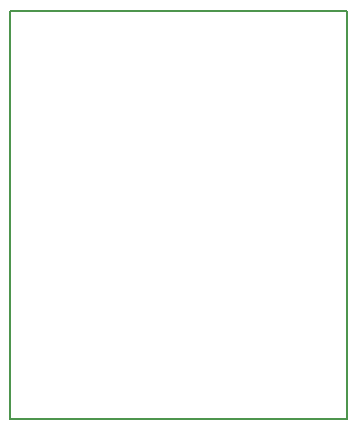
<source format=gm1>
%TF.GenerationSoftware,KiCad,Pcbnew,7.0.8*%
%TF.CreationDate,2024-04-09T21:16:55-04:00*%
%TF.ProjectId,petit-jtag,70657469-742d-46a7-9461-672e6b696361,1.1*%
%TF.SameCoordinates,PX8aadb58PY72b28c8*%
%TF.FileFunction,Profile,NP*%
%FSLAX46Y46*%
G04 Gerber Fmt 4.6, Leading zero omitted, Abs format (unit mm)*
G04 Created by KiCad (PCBNEW 7.0.8) date 2024-04-09 21:16:55*
%MOMM*%
%LPD*%
G01*
G04 APERTURE LIST*
%TA.AperFunction,Profile*%
%ADD10C,0.177800*%
%TD*%
G04 APERTURE END LIST*
D10*
X28575000Y34544000D02*
X28575000Y0D01*
X0Y0D02*
X0Y34544000D01*
X28575000Y0D02*
X0Y0D01*
X0Y34544000D02*
X28575000Y34544000D01*
M02*

</source>
